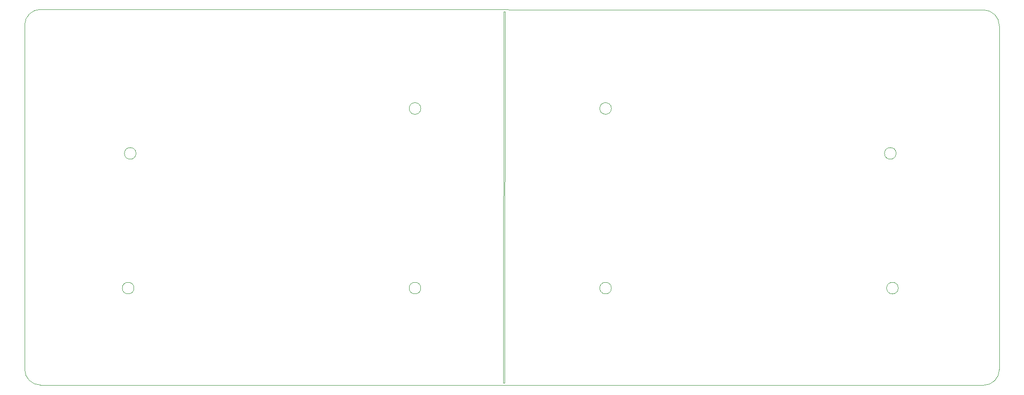
<source format=gbr>
%TF.GenerationSoftware,KiCad,Pcbnew,7.0.2-0*%
%TF.CreationDate,2024-11-09T14:05:59-05:00*%
%TF.ProjectId,PCB,5043422e-6b69-4636-9164-5f7063625858,rev?*%
%TF.SameCoordinates,Original*%
%TF.FileFunction,Profile,NP*%
%FSLAX46Y46*%
G04 Gerber Fmt 4.6, Leading zero omitted, Abs format (unit mm)*
G04 Created by KiCad (PCBNEW 7.0.2-0) date 2024-11-09 14:05:59*
%MOMM*%
%LPD*%
G01*
G04 APERTURE LIST*
%TA.AperFunction,Profile*%
%ADD10C,0.100000*%
%TD*%
G04 APERTURE END LIST*
D10*
X206400000Y-23850000D02*
X28250000Y-23749584D01*
X209400000Y-26850000D02*
G75*
G03*
X206400000Y-23850000I-3000000J0D01*
G01*
X189900000Y-51000000D02*
G75*
G03*
X189900000Y-51000000I-1100000J0D01*
G01*
X115700000Y-94450000D02*
X115750000Y-24150000D01*
X100100000Y-76500000D02*
G75*
G03*
X100100000Y-76500000I-1100000J0D01*
G01*
X25250000Y-91850000D02*
G75*
G03*
X28250000Y-94850000I3000000J0D01*
G01*
X209400000Y-91900000D02*
X209400000Y-26850000D01*
X100100000Y-42500000D02*
G75*
G03*
X100100000Y-42500000I-1100000J0D01*
G01*
X28250000Y-94850000D02*
X206400000Y-94900000D01*
X115950000Y-89100000D02*
X115950000Y-94450000D01*
X136100000Y-42500000D02*
G75*
G03*
X136100000Y-42500000I-1100000J0D01*
G01*
X115750000Y-24150000D02*
X116000000Y-24150000D01*
X46300000Y-51000000D02*
G75*
G03*
X46300000Y-51000000I-1100000J0D01*
G01*
X28250000Y-23749585D02*
G75*
G03*
X25250002Y-26700000I0J-3000415D01*
G01*
X136100000Y-76500000D02*
G75*
G03*
X136100000Y-76500000I-1100000J0D01*
G01*
X115950000Y-94450000D02*
X115700000Y-94450000D01*
X25250001Y-26700000D02*
X25250000Y-91850000D01*
X190300000Y-76500000D02*
G75*
G03*
X190300000Y-76500000I-1100000J0D01*
G01*
X45900000Y-76500000D02*
G75*
G03*
X45900000Y-76500000I-1100000J0D01*
G01*
X116000000Y-24150000D02*
X115950000Y-89100000D01*
X206400000Y-94900000D02*
G75*
G03*
X209400000Y-91900000I0J3000000D01*
G01*
M02*

</source>
